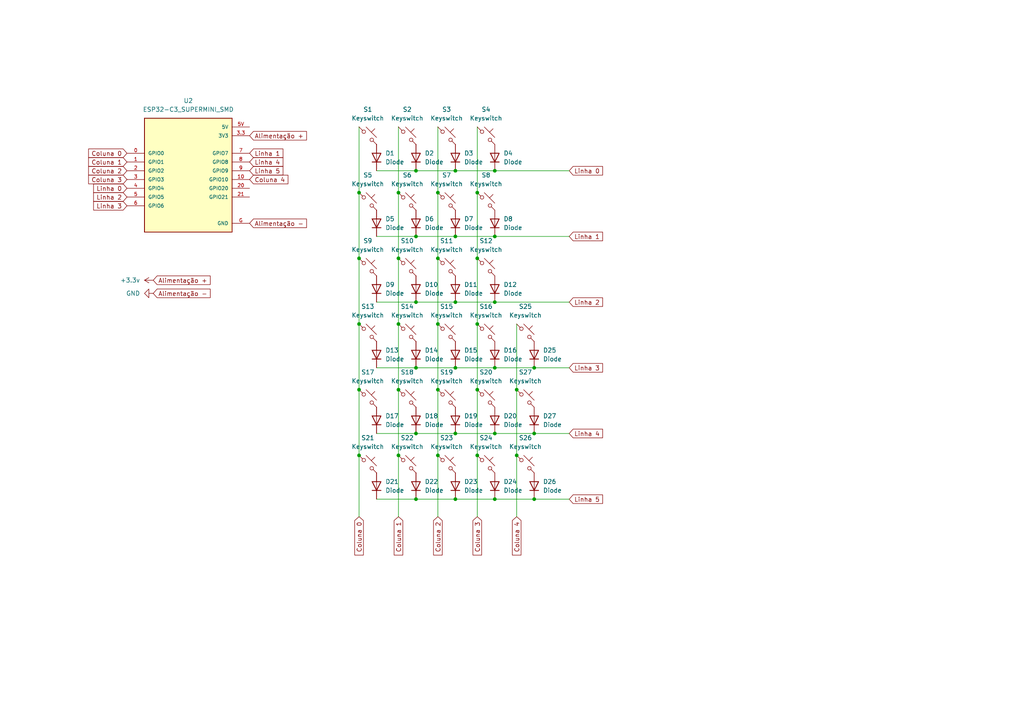
<source format=kicad_sch>
(kicad_sch (version 20231120) (generator "eeschema") (generator_version "8.0")
  (paper "A4")
  (lib_symbols
    (symbol "ESP32-C3_SUPERMINI_SMD:ESP32-C3_SUPERMINI_SMD" (pin_names (offset 1.016))
      (property "Reference" "U" (at -12.7 16.002 0))
      (property "Value" "ESP32-C3_SUPERMINI_SMD" (at -12.7 -20.32 0))
      (symbol "ESP32-C3_SUPERMINI_SMD_0_0"
        (rectangle (start -12.7 -17.78) (end 12.7 15.24) (stroke (width 0.254)) (fill (type background)))
        (pin bidirectional line (at -17.78 5.08 0) (length 5.08) (name "GPIO0") (number "0"))
        (pin bidirectional line (at -17.78 2.54 0) (length 5.08) (name "GPIO1") (number "1"))
        (pin bidirectional line (at 17.78 -2.54 180) (length 5.08) (name "GPIO10") (number "10"))
        (pin bidirectional line (at -17.78 0 0) (length 5.08) (name "GPIO2") (number "2"))
        (pin bidirectional line (at 17.78 -5.08 180) (length 5.08) (name "GPIO20") (number "20"))
        (pin bidirectional line (at 17.78 -7.62 180) (length 5.08) (name "GPIO21") (number "21"))
        (pin bidirectional line (at -17.78 -2.54 0) (length 5.08) (name "GPIO3") (number "3"))
        (pin power_in line (at 17.78 10.16 180) (length 5.08) (name "3V3") (number "3.3"))
        (pin bidirectional line (at -17.78 -5.08 0) (length 5.08) (name "GPIO4") (number "4"))
        (pin bidirectional line (at -17.78 -7.62 0) (length 5.08) (name "GPIO5") (number "5"))
        (pin power_in line (at 17.78 12.7 180) (length 5.08) (name "5V") (number "5V"))
        (pin bidirectional line (at -17.78 -10.16 0) (length 5.08) (name "GPIO6") (number "6"))
        (pin bidirectional line (at 17.78 5.08 180) (length 5.08) (name "GPIO7") (number "7"))
        (pin bidirectional line (at 17.78 2.54 180) (length 5.08) (name "GPIO8") (number "8"))
        (pin bidirectional line (at 17.78 0 180) (length 5.08) (name "GPIO9") (number "9"))
        (pin power_in line (at 17.78 -15.24 180) (length 5.08) (name "GND") (number "G"))
      )
    )
    (symbol "ScottoKeebs:Placeholder_Diode" (pin_numbers hide) (pin_names hide)
      (property "Reference" "D" (at 0 2.54 0))
      (property "Value" "Diode" (at 0 -2.54 0))
      (symbol "Placeholder_Diode_0_1"
        (polyline (pts (xy -1.27 1.27) (xy -1.27 -1.27)) (stroke (width 0.254)))
        (polyline (pts (xy 1.27 0) (xy -1.27 0)))
        (polyline (pts (xy 1.27 1.27) (xy 1.27 -1.27) (xy -1.27 0) (xy 1.27 1.27)) (stroke (width 0.254)))
      )
      (symbol "Placeholder_Diode_1_1"
        (pin passive line (at -3.81 0 0) (length 2.54) (name "K") (number "1"))
        (pin passive line (at 3.81 0 180) (length 2.54) (name "A") (number "2"))
      )
    )
    (symbol "ScottoKeebs:Placeholder_Keyswitch" (pin_numbers hide) (pin_names (offset 1.016) hide)
      (property "Reference" "S" (at 3.048 1.016 0))
      (property "Value" "Keyswitch" (at 0 -3.81 0))
      (symbol "Placeholder_Keyswitch_0_1"
        (circle (center -1.1684 1.1684) (radius 0.508))
        (polyline (pts (xy -0.508 2.54) (xy 2.54 -0.508)))
        (polyline (pts (xy 1.016 1.016) (xy 2.032 2.032)))
        (polyline (pts (xy -2.54 2.54) (xy -1.524 1.524) (xy -1.524 1.524)))
        (polyline (pts (xy 1.524 -1.524) (xy 2.54 -2.54) (xy 2.54 -2.54) (xy 2.54 -2.54)))
        (circle (center 1.143 -1.1938) (radius 0.508))
        (pin passive line (at -2.54 2.54 0) (length 0) (name "1") (number "1"))
        (pin passive line (at 2.54 -2.54 180) (length 0) (name "2") (number "2"))
      )
    )
    (symbol "power:+5V" (power) (pin_numbers hide) (pin_names (offset 0) hide)
      (property "Value" "+5V" (at 0 3.556 0))
      (symbol "+5V_0_1"
        (polyline (pts (xy -0.762 1.27) (xy 0 2.54)))
        (polyline (pts (xy 0 0) (xy 0 2.54)))
        (polyline (pts (xy 0 2.54) (xy 0.762 1.27)))
      )
      (symbol "+5V_1_1"
        (pin power_in line (at 0 0 90) (length 0) (name "~") (number "1"))
      )
    )
    (symbol "power:GND" (power) (pin_numbers hide) (pin_names (offset 0) hide)
      (property "Value" "GND" (at 0 -3.81 0))
      (symbol "GND_0_1"
        (polyline (pts (xy 0 0) (xy 0 -1.27) (xy 1.27 -1.27) (xy 0 -2.54) (xy -1.27 -1.27) (xy 0 -1.27)))
      )
      (symbol "GND_1_1"
        (pin power_in line (at 0 0 270) (length 0) (name "~") (number "1"))
      )
    )
  )
  (junction (at 127 93.98))
  (junction (at 132.08 144.78))
  (junction (at 120.65 125.73))
  (junction (at 127 113.03))
  (junction (at 143.51 68.58))
  (junction (at 104.14 113.03))
  (junction (at 104.14 132.08))
  (junction (at 143.51 87.63))
  (junction (at 115.57 55.88))
  (junction (at 120.65 68.58))
  (junction (at 120.65 87.63))
  (junction (at 115.57 132.08))
  (junction (at 104.14 55.88))
  (junction (at 132.08 49.53))
  (junction (at 115.57 74.93))
  (junction (at 127 132.08))
  (junction (at 120.65 49.53))
  (junction (at 115.57 113.03))
  (junction (at 143.51 106.68))
  (junction (at 127 74.93))
  (junction (at 104.14 93.98))
  (junction (at 104.14 74.93))
  (junction (at 132.08 87.63))
  (junction (at 138.43 113.03))
  (junction (at 120.65 106.68))
  (junction (at 120.65 144.78))
  (junction (at 132.08 125.73))
  (junction (at 149.86 113.03))
  (junction (at 143.51 49.53))
  (junction (at 154.94 106.68))
  (junction (at 138.43 74.93))
  (junction (at 138.43 132.08))
  (junction (at 138.43 93.98))
  (junction (at 127 55.88))
  (junction (at 132.08 106.68))
  (junction (at 143.51 144.78))
  (junction (at 115.57 93.98))
  (junction (at 149.86 132.08))
  (junction (at 138.43 55.88))
  (junction (at 132.08 68.58))
  (junction (at 154.94 125.73))
  (junction (at 143.51 125.73))
  (junction (at 154.94 144.78))
  (wire (pts (xy 115.57 36.83) (xy 115.57 55.88)))
  (wire (pts (xy 127 113.03) (xy 127 132.08)))
  (wire (pts (xy 138.43 113.03) (xy 138.43 132.08)))
  (wire (pts (xy 149.86 93.98) (xy 149.86 113.03)))
  (wire (pts (xy 149.86 113.03) (xy 149.86 132.08)))
  (wire (pts (xy 154.94 125.73) (xy 165.1 125.73)))
  (wire (pts (xy 132.08 106.68) (xy 143.51 106.68)))
  (wire (pts (xy 115.57 93.98) (xy 115.57 113.03)))
  (wire (pts (xy 120.65 125.73) (xy 132.08 125.73)))
  (wire (pts (xy 138.43 132.08) (xy 138.43 149.86)))
  (wire (pts (xy 138.43 93.98) (xy 138.43 113.03)))
  (wire (pts (xy 109.22 87.63) (xy 120.65 87.63)))
  (wire (pts (xy 138.43 36.83) (xy 138.43 55.88)))
  (wire (pts (xy 120.65 68.58) (xy 132.08 68.58)))
  (wire (pts (xy 132.08 68.58) (xy 143.51 68.58)))
  (wire (pts (xy 132.08 144.78) (xy 143.51 144.78)))
  (wire (pts (xy 138.43 74.93) (xy 138.43 93.98)))
  (wire (pts (xy 143.51 125.73) (xy 154.94 125.73)))
  (wire (pts (xy 109.22 125.73) (xy 120.65 125.73)))
  (wire (pts (xy 143.51 106.68) (xy 154.94 106.68)))
  (wire (pts (xy 109.22 106.68) (xy 120.65 106.68)))
  (wire (pts (xy 115.57 113.03) (xy 115.57 132.08)))
  (wire (pts (xy 115.57 55.88) (xy 115.57 74.93)))
  (wire (pts (xy 104.14 74.93) (xy 104.14 93.98)))
  (wire (pts (xy 132.08 125.73) (xy 143.51 125.73)))
  (wire (pts (xy 132.08 87.63) (xy 143.51 87.63)))
  (wire (pts (xy 154.94 106.68) (xy 165.1 106.68)))
  (wire (pts (xy 154.94 144.78) (xy 165.1 144.78)))
  (wire (pts (xy 120.65 49.53) (xy 132.08 49.53)))
  (wire (pts (xy 127 55.88) (xy 127 74.93)))
  (wire (pts (xy 104.14 113.03) (xy 104.14 132.08)))
  (wire (pts (xy 127 74.93) (xy 127 93.98)))
  (wire (pts (xy 109.22 144.78) (xy 120.65 144.78)))
  (wire (pts (xy 143.51 144.78) (xy 154.94 144.78)))
  (wire (pts (xy 138.43 55.88) (xy 138.43 74.93)))
  (wire (pts (xy 104.14 132.08) (xy 104.14 149.86)))
  (wire (pts (xy 115.57 132.08) (xy 115.57 149.86)))
  (wire (pts (xy 109.22 49.53) (xy 120.65 49.53)))
  (wire (pts (xy 127 36.83) (xy 127 55.88)))
  (wire (pts (xy 127 93.98) (xy 127 113.03)))
  (wire (pts (xy 143.51 87.63) (xy 165.1 87.63)))
  (wire (pts (xy 120.65 87.63) (xy 132.08 87.63)))
  (wire (pts (xy 104.14 36.83) (xy 104.14 55.88)))
  (wire (pts (xy 149.86 132.08) (xy 149.86 149.86)))
  (wire (pts (xy 127 132.08) (xy 127 149.86)))
  (wire (pts (xy 132.08 49.53) (xy 143.51 49.53)))
  (wire (pts (xy 109.22 68.58) (xy 120.65 68.58)))
  (wire (pts (xy 143.51 68.58) (xy 165.1 68.58)))
  (wire (pts (xy 120.65 106.68) (xy 132.08 106.68)))
  (wire (pts (xy 143.51 49.53) (xy 165.1 49.53)))
  (wire (pts (xy 104.14 55.88) (xy 104.14 74.93)))
  (wire (pts (xy 115.57 74.93) (xy 115.57 93.98)))
  (wire (pts (xy 104.14 93.98) (xy 104.14 113.03)))
  (wire (pts (xy 120.65 144.78) (xy 132.08 144.78)))
  (global_label "Linha 4" (shape input) (at 165.1 125.73 0) (property "Intersheetrefs" "${INTERSHEET_REFS}" (effects (hide yes))))
  (global_label "Coluna 4" (shape input) (at 149.86 149.86 270) (property "Intersheetrefs" "${INTERSHEET_REFS}" (effects (hide yes))))
  (global_label "Coluna 2" (shape input) (at 36.83 49.53 180) (property "Intersheetrefs" "${INTERSHEET_REFS}" (effects (hide yes))))
  (global_label "Linha 5" (shape input) (at 72.39 49.53 0) (property "Intersheetrefs" "${INTERSHEET_REFS}" (effects (hide yes))))
  (global_label "Alimentação +" (shape input) (at 44.45 81.28 0) (property "Intersheetrefs" "${INTERSHEET_REFS}" (effects (hide yes))))
  (global_label "Linha 2" (shape input) (at 165.1 87.63 0) (property "Intersheetrefs" "${INTERSHEET_REFS}" (effects (hide yes))))
  (global_label "Alimentação -" (shape input) (at 44.45 85.09 0) (property "Intersheetrefs" "${INTERSHEET_REFS}" (effects (hide yes))))
  (global_label "Linha 3" (shape input) (at 165.1 106.68 0) (property "Intersheetrefs" "${INTERSHEET_REFS}" (effects (hide yes))))
  (global_label "Coluna 3" (shape input) (at 36.83 52.07 180) (property "Intersheetrefs" "${INTERSHEET_REFS}" (effects (hide yes))))
  (global_label "Coluna 0" (shape input) (at 36.83 44.45 180) (property "Intersheetrefs" "${INTERSHEET_REFS}" (effects (hide yes))))
  (global_label "Coluna 3" (shape input) (at 138.43 149.86 270) (property "Intersheetrefs" "${INTERSHEET_REFS}" (effects (hide yes))))
  (global_label "Alimentação -" (shape input) (at 72.39 64.77 0) (property "Intersheetrefs" "${INTERSHEET_REFS}" (effects (hide yes))))
  (global_label "Linha 3" (shape input) (at 36.83 59.69 180) (property "Intersheetrefs" "${INTERSHEET_REFS}" (effects (hide yes))))
  (global_label "Coluna 1" (shape input) (at 115.57 149.86 270) (property "Intersheetrefs" "${INTERSHEET_REFS}" (effects (hide yes))))
  (global_label "Linha 1" (shape input) (at 72.39 44.45 0) (property "Intersheetrefs" "${INTERSHEET_REFS}" (effects (hide yes))))
  (global_label "Linha 5" (shape input) (at 165.1 144.78 0) (property "Intersheetrefs" "${INTERSHEET_REFS}" (effects (hide yes))))
  (global_label "Alimentação +" (shape input) (at 72.39 39.37 0) (property "Intersheetrefs" "${INTERSHEET_REFS}" (effects (hide yes))))
  (global_label "Linha 1" (shape input) (at 165.1 68.58 0) (property "Intersheetrefs" "${INTERSHEET_REFS}" (effects (hide yes))))
  (global_label "Linha 4" (shape input) (at 72.39 46.99 0) (property "Intersheetrefs" "${INTERSHEET_REFS}" (effects (hide yes))))
  (global_label "Coluna 4" (shape input) (at 72.39 52.07 0) (property "Intersheetrefs" "${INTERSHEET_REFS}" (effects (hide yes))))
  (global_label "Coluna 0" (shape input) (at 104.14 149.86 270) (property "Intersheetrefs" "${INTERSHEET_REFS}" (effects (hide yes))))
  (global_label "Coluna 2" (shape input) (at 127 149.86 270) (property "Intersheetrefs" "${INTERSHEET_REFS}" (effects (hide yes))))
  (global_label "Linha 0" (shape input) (at 165.1 49.53 0) (property "Intersheetrefs" "${INTERSHEET_REFS}" (effects (hide yes))))
  (global_label "Linha 2" (shape input) (at 36.83 57.15 180) (property "Intersheetrefs" "${INTERSHEET_REFS}" (effects (hide yes))))
  (global_label "Linha 0" (shape input) (at 36.83 54.61 180) (property "Intersheetrefs" "${INTERSHEET_REFS}" (effects (hide yes))))
  (global_label "Coluna 1" (shape input) (at 36.83 46.99 180) (property "Intersheetrefs" "${INTERSHEET_REFS}" (effects (hide yes))))
  (symbol (lib_id "ScottoKeebs:Placeholder_Keyswitch") (at 118.11 39.37 0) (unit 1)
    (property "Reference" "S2" (at 118.11 31.75 0))
    (property "Value" "Keyswitch" (at 118.11 34.29 0))
    (property "Footprint" "ScottoKeebs_Hotswap:Hotswap_MX_Plated_1.00u" (effects (hide yes)))
    (property "Description" "Push button switch, normally open, two pins, 45° tilted" (effects (hide yes)))
  )
  (symbol (lib_id "ScottoKeebs:Placeholder_Diode") (at 132.08 140.97 90) (unit 1)
    (property "Reference" "D23" (at 134.62 139.6999 90) (effects (justify right)))
    (property "Value" "Diode" (at 134.62 142.2399 90) (effects (justify right)))
    (property "Footprint" "Diode_THT:D_DO-35_SOD27_P7.62mm_Horizontal" (effects (hide yes)))
    (property "Description" "1N4148 (DO-35) or 1N4148W (SOD-123)" (effects (hide yes)))
    (property "Sim.Device" "D" (effects (hide yes)))
    (property "Sim.Pins" "1=K 2=A" (effects (hide yes)))
  )
  (symbol (lib_id "ScottoKeebs:Placeholder_Keyswitch") (at 106.68 77.47 0) (unit 1)
    (property "Reference" "S9" (at 106.68 69.85 0))
    (property "Value" "Keyswitch" (at 106.68 72.39 0))
    (property "Footprint" "ScottoKeebs_Hotswap:Hotswap_MX_Plated_1.00u" (effects (hide yes)))
    (property "Description" "Push button switch, normally open, two pins, 45° tilted" (effects (hide yes)))
  )
  (symbol (lib_id "ScottoKeebs:Placeholder_Keyswitch") (at 118.11 77.47 0) (unit 1)
    (property "Reference" "S10" (at 118.11 69.85 0))
    (property "Value" "Keyswitch" (at 118.11 72.39 0))
    (property "Footprint" "ScottoKeebs_Hotswap:Hotswap_MX_Plated_1.00u" (effects (hide yes)))
    (property "Description" "Push button switch, normally open, two pins, 45° tilted" (effects (hide yes)))
  )
  (symbol (lib_id "ScottoKeebs:Placeholder_Keyswitch") (at 118.11 58.42 0) (unit 1)
    (property "Reference" "S6" (at 118.11 50.8 0))
    (property "Value" "Keyswitch" (at 118.11 53.34 0))
    (property "Footprint" "ScottoKeebs_Hotswap:Hotswap_MX_Plated_1.00u" (effects (hide yes)))
    (property "Description" "Push button switch, normally open, two pins, 45° tilted" (effects (hide yes)))
  )
  (symbol (lib_id "ScottoKeebs:Placeholder_Keyswitch") (at 140.97 96.52 0) (unit 1)
    (property "Reference" "S16" (at 140.97 88.9 0))
    (property "Value" "Keyswitch" (at 140.97 91.44 0))
    (property "Footprint" "ScottoKeebs_Hotswap:Hotswap_MX_Plated_1.00u" (effects (hide yes)))
    (property "Description" "Push button switch, normally open, two pins, 45° tilted" (effects (hide yes)))
  )
  (symbol (lib_id "ScottoKeebs:Placeholder_Diode") (at 120.65 121.92 90) (unit 1)
    (property "Reference" "D18" (at 123.19 120.6499 90) (effects (justify right)))
    (property "Value" "Diode" (at 123.19 123.1899 90) (effects (justify right)))
    (property "Footprint" "Diode_THT:D_DO-35_SOD27_P7.62mm_Horizontal" (effects (hide yes)))
    (property "Description" "1N4148 (DO-35) or 1N4148W (SOD-123)" (effects (hide yes)))
    (property "Sim.Device" "D" (effects (hide yes)))
    (property "Sim.Pins" "1=K 2=A" (effects (hide yes)))
  )
  (symbol (lib_id "ScottoKeebs:Placeholder_Keyswitch") (at 140.97 115.57 0) (unit 1)
    (property "Reference" "S20" (at 140.97 107.95 0))
    (property "Value" "Keyswitch" (at 140.97 110.49 0))
    (property "Footprint" "ScottoKeebs_Hotswap:Hotswap_MX_Plated_1.00u" (effects (hide yes)))
    (property "Description" "Push button switch, normally open, two pins, 45° tilted" (effects (hide yes)))
  )
  (symbol (lib_id "ScottoKeebs:Placeholder_Diode") (at 143.51 121.92 90) (unit 1)
    (property "Reference" "D20" (at 146.05 120.6499 90) (effects (justify right)))
    (property "Value" "Diode" (at 146.05 123.1899 90) (effects (justify right)))
    (property "Footprint" "Diode_THT:D_DO-35_SOD27_P7.62mm_Horizontal" (effects (hide yes)))
    (property "Description" "1N4148 (DO-35) or 1N4148W (SOD-123)" (effects (hide yes)))
    (property "Sim.Device" "D" (effects (hide yes)))
    (property "Sim.Pins" "1=K 2=A" (effects (hide yes)))
  )
  (symbol (lib_id "ScottoKeebs:Placeholder_Diode") (at 154.94 121.92 90) (unit 1)
    (property "Reference" "D27" (at 157.48 120.6499 90) (effects (justify right)))
    (property "Value" "Diode" (at 157.48 123.1899 90) (effects (justify right)))
    (property "Footprint" "Diode_THT:D_DO-35_SOD27_P7.62mm_Horizontal" (effects (hide yes)))
    (property "Description" "1N4148 (DO-35) or 1N4148W (SOD-123)" (effects (hide yes)))
    (property "Sim.Device" "D" (effects (hide yes)))
    (property "Sim.Pins" "1=K 2=A" (effects (hide yes)))
  )
  (symbol (lib_id "ScottoKeebs:Placeholder_Keyswitch") (at 129.54 115.57 0) (unit 1)
    (property "Reference" "S19" (at 129.54 107.95 0))
    (property "Value" "Keyswitch" (at 129.54 110.49 0))
    (property "Footprint" "ScottoKeebs_Hotswap:Hotswap_MX_Plated_1.00u" (effects (hide yes)))
    (property "Description" "Push button switch, normally open, two pins, 45° tilted" (effects (hide yes)))
  )
  (symbol (lib_id "ScottoKeebs:Placeholder_Keyswitch") (at 106.68 58.42 0) (unit 1)
    (property "Reference" "S5" (at 106.68 50.8 0))
    (property "Value" "Keyswitch" (at 106.68 53.34 0))
    (property "Footprint" "ScottoKeebs_Hotswap:Hotswap_MX_Plated_1.00u" (effects (hide yes)))
    (property "Description" "Push button switch, normally open, two pins, 45° tilted" (effects (hide yes)))
  )
  (symbol (lib_id "power:+5V") (at 44.45 81.28 90) (unit 1)
    (property "Reference" "#PWR01" (effects (hide yes)))
    (property "Value" "+3.3v" (at 40.64 81.2799 90) (effects (justify left)))
    (property "Description" "Power symbol creates a global label with name \"+5V\"" (effects (hide yes)))
  )
  (symbol (lib_id "ScottoKeebs:Placeholder_Keyswitch") (at 140.97 39.37 0) (unit 1)
    (property "Reference" "S4" (at 140.97 31.75 0))
    (property "Value" "Keyswitch" (at 140.97 34.29 0))
    (property "Footprint" "ScottoKeebs_Hotswap:Hotswap_MX_Plated_1.00u" (effects (hide yes)))
    (property "Description" "Push button switch, normally open, two pins, 45° tilted" (effects (hide yes)))
  )
  (symbol (lib_id "ScottoKeebs:Placeholder_Keyswitch") (at 106.68 134.62 0) (unit 1)
    (property "Reference" "S21" (at 106.68 127 0))
    (property "Value" "Keyswitch" (at 106.68 129.54 0))
    (property "Footprint" "ScottoKeebs_Hotswap:Hotswap_MX_Plated_1.00u" (effects (hide yes)))
    (property "Description" "Push button switch, normally open, two pins, 45° tilted" (effects (hide yes)))
  )
  (symbol (lib_id "ScottoKeebs:Placeholder_Diode") (at 132.08 83.82 90) (unit 1)
    (property "Reference" "D11" (at 134.62 82.5499 90) (effects (justify right)))
    (property "Value" "Diode" (at 134.62 85.0899 90) (effects (justify right)))
    (property "Footprint" "Diode_THT:D_DO-35_SOD27_P7.62mm_Horizontal" (effects (hide yes)))
    (property "Description" "1N4148 (DO-35) or 1N4148W (SOD-123)" (effects (hide yes)))
    (property "Sim.Device" "D" (effects (hide yes)))
    (property "Sim.Pins" "1=K 2=A" (effects (hide yes)))
  )
  (symbol (lib_id "ScottoKeebs:Placeholder_Keyswitch") (at 129.54 58.42 0) (unit 1)
    (property "Reference" "S7" (at 129.54 50.8 0))
    (property "Value" "Keyswitch" (at 129.54 53.34 0))
    (property "Footprint" "ScottoKeebs_Hotswap:Hotswap_MX_Plated_1.00u" (effects (hide yes)))
    (property "Description" "Push button switch, normally open, two pins, 45° tilted" (effects (hide yes)))
  )
  (symbol (lib_id "ScottoKeebs:Placeholder_Keyswitch") (at 140.97 77.47 0) (unit 1)
    (property "Reference" "S12" (at 140.97 69.85 0))
    (property "Value" "Keyswitch" (at 140.97 72.39 0))
    (property "Footprint" "ScottoKeebs_Hotswap:Hotswap_MX_Plated_1.00u" (effects (hide yes)))
    (property "Description" "Push button switch, normally open, two pins, 45° tilted" (effects (hide yes)))
  )
  (symbol (lib_id "ScottoKeebs:Placeholder_Diode") (at 143.51 45.72 90) (unit 1)
    (property "Reference" "D4" (at 146.05 44.4499 90) (effects (justify right)))
    (property "Value" "Diode" (at 146.05 46.9899 90) (effects (justify right)))
    (property "Footprint" "Diode_THT:D_DO-35_SOD27_P7.62mm_Horizontal" (effects (hide yes)))
    (property "Description" "1N4148 (DO-35) or 1N4148W (SOD-123)" (effects (hide yes)))
    (property "Sim.Device" "D" (effects (hide yes)))
    (property "Sim.Pins" "1=K 2=A" (effects (hide yes)))
  )
  (symbol (lib_id "ScottoKeebs:Placeholder_Diode") (at 109.22 102.87 90) (unit 1)
    (property "Reference" "D13" (at 111.76 101.5999 90) (effects (justify right)))
    (property "Value" "Diode" (at 111.76 104.1399 90) (effects (justify right)))
    (property "Footprint" "Diode_THT:D_DO-35_SOD27_P7.62mm_Horizontal" (effects (hide yes)))
    (property "Description" "1N4148 (DO-35) or 1N4148W (SOD-123)" (effects (hide yes)))
    (property "Sim.Device" "D" (effects (hide yes)))
    (property "Sim.Pins" "1=K 2=A" (effects (hide yes)))
  )
  (symbol (lib_id "ScottoKeebs:Placeholder_Keyswitch") (at 140.97 134.62 0) (unit 1)
    (property "Reference" "S24" (at 140.97 127 0))
    (property "Value" "Keyswitch" (at 140.97 129.54 0))
    (property "Footprint" "ScottoKeebs_Hotswap:Hotswap_MX_Plated_1.00u" (effects (hide yes)))
    (property "Description" "Push button switch, normally open, two pins, 45° tilted" (effects (hide yes)))
  )
  (symbol (lib_id "ScottoKeebs:Placeholder_Keyswitch") (at 106.68 115.57 0) (unit 1)
    (property "Reference" "S17" (at 106.68 107.95 0))
    (property "Value" "Keyswitch" (at 106.68 110.49 0))
    (property "Footprint" "ScottoKeebs_Hotswap:Hotswap_MX_Plated_1.00u" (effects (hide yes)))
    (property "Description" "Push button switch, normally open, two pins, 45° tilted" (effects (hide yes)))
  )
  (symbol (lib_id "ScottoKeebs:Placeholder_Diode") (at 132.08 64.77 90) (unit 1)
    (property "Reference" "D7" (at 134.62 63.4999 90) (effects (justify right)))
    (property "Value" "Diode" (at 134.62 66.0399 90) (effects (justify right)))
    (property "Footprint" "Diode_THT:D_DO-35_SOD27_P7.62mm_Horizontal" (effects (hide yes)))
    (property "Description" "1N4148 (DO-35) or 1N4148W (SOD-123)" (effects (hide yes)))
    (property "Sim.Device" "D" (effects (hide yes)))
    (property "Sim.Pins" "1=K 2=A" (effects (hide yes)))
  )
  (symbol (lib_id "ScottoKeebs:Placeholder_Keyswitch") (at 140.97 58.42 0) (unit 1)
    (property "Reference" "S8" (at 140.97 50.8 0))
    (property "Value" "Keyswitch" (at 140.97 53.34 0))
    (property "Footprint" "ScottoKeebs_Hotswap:Hotswap_MX_Plated_1.00u" (effects (hide yes)))
    (property "Description" "Push button switch, normally open, two pins, 45° tilted" (effects (hide yes)))
  )
  (symbol (lib_id "ScottoKeebs:Placeholder_Keyswitch") (at 118.11 96.52 0) (unit 1)
    (property "Reference" "S14" (at 118.11 88.9 0))
    (property "Value" "Keyswitch" (at 118.11 91.44 0))
    (property "Footprint" "ScottoKeebs_Hotswap:Hotswap_MX_Plated_1.00u" (effects (hide yes)))
    (property "Description" "Push button switch, normally open, two pins, 45° tilted" (effects (hide yes)))
  )
  (symbol (lib_id "ScottoKeebs:Placeholder_Diode") (at 120.65 83.82 90) (unit 1)
    (property "Reference" "D10" (at 123.19 82.5499 90) (effects (justify right)))
    (property "Value" "Diode" (at 123.19 85.0899 90) (effects (justify right)))
    (property "Footprint" "Diode_THT:D_DO-35_SOD27_P7.62mm_Horizontal" (effects (hide yes)))
    (property "Description" "1N4148 (DO-35) or 1N4148W (SOD-123)" (effects (hide yes)))
    (property "Sim.Device" "D" (effects (hide yes)))
    (property "Sim.Pins" "1=K 2=A" (effects (hide yes)))
  )
  (symbol (lib_id "ScottoKeebs:Placeholder_Diode") (at 132.08 102.87 90) (unit 1)
    (property "Reference" "D15" (at 134.62 101.5999 90) (effects (justify right)))
    (property "Value" "Diode" (at 134.62 104.1399 90) (effects (justify right)))
    (property "Footprint" "Diode_THT:D_DO-35_SOD27_P7.62mm_Horizontal" (effects (hide yes)))
    (property "Description" "1N4148 (DO-35) or 1N4148W (SOD-123)" (effects (hide yes)))
    (property "Sim.Device" "D" (effects (hide yes)))
    (property "Sim.Pins" "1=K 2=A" (effects (hide yes)))
  )
  (symbol (lib_id "ScottoKeebs:Placeholder_Diode") (at 143.51 102.87 90) (unit 1)
    (property "Reference" "D16" (at 146.05 101.5999 90) (effects (justify right)))
    (property "Value" "Diode" (at 146.05 104.1399 90) (effects (justify right)))
    (property "Footprint" "Diode_THT:D_DO-35_SOD27_P7.62mm_Horizontal" (effects (hide yes)))
    (property "Description" "1N4148 (DO-35) or 1N4148W (SOD-123)" (effects (hide yes)))
    (property "Sim.Device" "D" (effects (hide yes)))
    (property "Sim.Pins" "1=K 2=A" (effects (hide yes)))
  )
  (symbol (lib_id "ScottoKeebs:Placeholder_Keyswitch") (at 129.54 77.47 0) (unit 1)
    (property "Reference" "S11" (at 129.54 69.85 0))
    (property "Value" "Keyswitch" (at 129.54 72.39 0))
    (property "Footprint" "ScottoKeebs_Hotswap:Hotswap_MX_Plated_1.00u" (effects (hide yes)))
    (property "Description" "Push button switch, normally open, two pins, 45° tilted" (effects (hide yes)))
  )
  (symbol (lib_id "ScottoKeebs:Placeholder_Diode") (at 154.94 102.87 90) (unit 1)
    (property "Reference" "D25" (at 157.48 101.5999 90) (effects (justify right)))
    (property "Value" "Diode" (at 157.48 104.1399 90) (effects (justify right)))
    (property "Footprint" "Diode_THT:D_DO-35_SOD27_P7.62mm_Horizontal" (effects (hide yes)))
    (property "Description" "1N4148 (DO-35) or 1N4148W (SOD-123)" (effects (hide yes)))
    (property "Sim.Device" "D" (effects (hide yes)))
    (property "Sim.Pins" "1=K 2=A" (effects (hide yes)))
  )
  (symbol (lib_id "ScottoKeebs:Placeholder_Keyswitch") (at 118.11 134.62 0) (unit 1)
    (property "Reference" "S22" (at 118.11 127 0))
    (property "Value" "Keyswitch" (at 118.11 129.54 0))
    (property "Footprint" "ScottoKeebs_Hotswap:Hotswap_MX_Plated_1.00u" (effects (hide yes)))
    (property "Description" "Push button switch, normally open, two pins, 45° tilted" (effects (hide yes)))
  )
  (symbol (lib_id "ScottoKeebs:Placeholder_Keyswitch") (at 106.68 39.37 0) (unit 1)
    (property "Reference" "S1" (at 106.68 31.75 0))
    (property "Value" "Keyswitch" (at 106.68 34.29 0))
    (property "Footprint" "ScottoKeebs_Hotswap:Hotswap_MX_Plated_1.00u" (effects (hide yes)))
    (property "Description" "Push button switch, normally open, two pins, 45° tilted" (effects (hide yes)))
  )
  (symbol (lib_id "ScottoKeebs:Placeholder_Keyswitch") (at 152.4 115.57 0) (unit 1)
    (property "Reference" "S27" (at 152.4 107.95 0))
    (property "Value" "Keyswitch" (at 152.4 110.49 0))
    (property "Footprint" "ScottoKeebs_Hotswap:Hotswap_MX_Plated_1.00u" (effects (hide yes)))
    (property "Description" "Push button switch, normally open, two pins, 45° tilted" (effects (hide yes)))
  )
  (symbol (lib_id "ScottoKeebs:Placeholder_Keyswitch") (at 152.4 96.52 0) (unit 1)
    (property "Reference" "S25" (at 152.4 88.9 0))
    (property "Value" "Keyswitch" (at 152.4 91.44 0))
    (property "Footprint" "ScottoKeebs_Hotswap:Hotswap_MX_Plated_1.00u" (effects (hide yes)))
    (property "Description" "Push button switch, normally open, two pins, 45° tilted" (effects (hide yes)))
  )
  (symbol (lib_id "ScottoKeebs:Placeholder_Diode") (at 109.22 121.92 90) (unit 1)
    (property "Reference" "D17" (at 111.76 120.6499 90) (effects (justify right)))
    (property "Value" "Diode" (at 111.76 123.1899 90) (effects (justify right)))
    (property "Footprint" "Diode_THT:D_DO-35_SOD27_P7.62mm_Horizontal" (effects (hide yes)))
    (property "Description" "1N4148 (DO-35) or 1N4148W (SOD-123)" (effects (hide yes)))
    (property "Sim.Device" "D" (effects (hide yes)))
    (property "Sim.Pins" "1=K 2=A" (effects (hide yes)))
  )
  (symbol (lib_id "ScottoKeebs:Placeholder_Diode") (at 120.65 45.72 90) (unit 1)
    (property "Reference" "D2" (at 123.19 44.4499 90) (effects (justify right)))
    (property "Value" "Diode" (at 123.19 46.9899 90) (effects (justify right)))
    (property "Footprint" "Diode_THT:D_DO-35_SOD27_P7.62mm_Horizontal" (effects (hide yes)))
    (property "Description" "1N4148 (DO-35) or 1N4148W (SOD-123)" (effects (hide yes)))
    (property "Sim.Device" "D" (effects (hide yes)))
    (property "Sim.Pins" "1=K 2=A" (effects (hide yes)))
  )
  (symbol (lib_id "ScottoKeebs:Placeholder_Keyswitch") (at 129.54 96.52 0) (unit 1)
    (property "Reference" "S15" (at 129.54 88.9 0))
    (property "Value" "Keyswitch" (at 129.54 91.44 0))
    (property "Footprint" "ScottoKeebs_Hotswap:Hotswap_MX_Plated_1.00u" (effects (hide yes)))
    (property "Description" "Push button switch, normally open, two pins, 45° tilted" (effects (hide yes)))
  )
  (symbol (lib_id "ScottoKeebs:Placeholder_Diode") (at 120.65 102.87 90) (unit 1)
    (property "Reference" "D14" (at 123.19 101.5999 90) (effects (justify right)))
    (property "Value" "Diode" (at 123.19 104.1399 90) (effects (justify right)))
    (property "Footprint" "Diode_THT:D_DO-35_SOD27_P7.62mm_Horizontal" (effects (hide yes)))
    (property "Description" "1N4148 (DO-35) or 1N4148W (SOD-123)" (effects (hide yes)))
    (property "Sim.Device" "D" (effects (hide yes)))
    (property "Sim.Pins" "1=K 2=A" (effects (hide yes)))
  )
  (symbol (lib_id "ScottoKeebs:Placeholder_Keyswitch") (at 129.54 39.37 0) (unit 1)
    (property "Reference" "S3" (at 129.54 31.75 0))
    (property "Value" "Keyswitch" (at 129.54 34.29 0))
    (property "Footprint" "ScottoKeebs_Hotswap:Hotswap_MX_Plated_1.00u" (effects (hide yes)))
    (property "Description" "Push button switch, normally open, two pins, 45° tilted" (effects (hide yes)))
  )
  (symbol (lib_id "ScottoKeebs:Placeholder_Keyswitch") (at 129.54 134.62 0) (unit 1)
    (property "Reference" "S23" (at 129.54 127 0))
    (property "Value" "Keyswitch" (at 129.54 129.54 0))
    (property "Footprint" "ScottoKeebs_Hotswap:Hotswap_MX_Plated_1.00u" (effects (hide yes)))
    (property "Description" "Push button switch, normally open, two pins, 45° tilted" (effects (hide yes)))
  )
  (symbol (lib_id "ScottoKeebs:Placeholder_Diode") (at 143.51 64.77 90) (unit 1)
    (property "Reference" "D8" (at 146.05 63.4999 90) (effects (justify right)))
    (property "Value" "Diode" (at 146.05 66.0399 90) (effects (justify right)))
    (property "Footprint" "Diode_THT:D_DO-35_SOD27_P7.62mm_Horizontal" (effects (hide yes)))
    (property "Description" "1N4148 (DO-35) or 1N4148W (SOD-123)" (effects (hide yes)))
    (property "Sim.Device" "D" (effects (hide yes)))
    (property "Sim.Pins" "1=K 2=A" (effects (hide yes)))
  )
  (symbol (lib_id "ScottoKeebs:Placeholder_Diode") (at 109.22 83.82 90) (unit 1)
    (property "Reference" "D9" (at 111.76 82.5499 90) (effects (justify right)))
    (property "Value" "Diode" (at 111.76 85.0899 90) (effects (justify right)))
    (property "Footprint" "Diode_THT:D_DO-35_SOD27_P7.62mm_Horizontal" (effects (hide yes)))
    (property "Description" "1N4148 (DO-35) or 1N4148W (SOD-123)" (effects (hide yes)))
    (property "Sim.Device" "D" (effects (hide yes)))
    (property "Sim.Pins" "1=K 2=A" (effects (hide yes)))
  )
  (symbol (lib_id "ScottoKeebs:Placeholder_Diode") (at 132.08 45.72 90) (unit 1)
    (property "Reference" "D3" (at 134.62 44.4499 90) (effects (justify right)))
    (property "Value" "Diode" (at 134.62 46.9899 90) (effects (justify right)))
    (property "Footprint" "Diode_THT:D_DO-35_SOD27_P7.62mm_Horizontal" (effects (hide yes)))
    (property "Description" "1N4148 (DO-35) or 1N4148W (SOD-123)" (effects (hide yes)))
    (property "Sim.Device" "D" (effects (hide yes)))
    (property "Sim.Pins" "1=K 2=A" (effects (hide yes)))
  )
  (symbol (lib_id "ScottoKeebs:Placeholder_Keyswitch") (at 106.68 96.52 0) (unit 1)
    (property "Reference" "S13" (at 106.68 88.9 0))
    (property "Value" "Keyswitch" (at 106.68 91.44 0))
    (property "Footprint" "ScottoKeebs_Hotswap:Hotswap_MX_Plated_1.00u" (effects (hide yes)))
    (property "Description" "Push button switch, normally open, two pins, 45° tilted" (effects (hide yes)))
  )
  (symbol (lib_id "ScottoKeebs:Placeholder_Diode") (at 120.65 64.77 90) (unit 1)
    (property "Reference" "D6" (at 123.19 63.4999 90) (effects (justify right)))
    (property "Value" "Diode" (at 123.19 66.0399 90) (effects (justify right)))
    (property "Footprint" "Diode_THT:D_DO-35_SOD27_P7.62mm_Horizontal" (effects (hide yes)))
    (property "Description" "1N4148 (DO-35) or 1N4148W (SOD-123)" (effects (hide yes)))
    (property "Sim.Device" "D" (effects (hide yes)))
    (property "Sim.Pins" "1=K 2=A" (effects (hide yes)))
  )
  (symbol (lib_id "ScottoKeebs:Placeholder_Diode") (at 109.22 140.97 90) (unit 1)
    (property "Reference" "D21" (at 111.76 139.6999 90) (effects (justify right)))
    (property "Value" "Diode" (at 111.76 142.2399 90) (effects (justify right)))
    (property "Footprint" "Diode_THT:D_DO-35_SOD27_P7.62mm_Horizontal" (effects (hide yes)))
    (property "Description" "1N4148 (DO-35) or 1N4148W (SOD-123)" (effects (hide yes)))
    (property "Sim.Device" "D" (effects (hide yes)))
    (property "Sim.Pins" "1=K 2=A" (effects (hide yes)))
  )
  (symbol (lib_id "ScottoKeebs:Placeholder_Diode") (at 109.22 45.72 90) (unit 1)
    (property "Reference" "D1" (at 111.76 44.4499 90) (effects (justify right)))
    (property "Value" "Diode" (at 111.76 46.9899 90) (effects (justify right)))
    (property "Footprint" "Diode_THT:D_DO-35_SOD27_P7.62mm_Horizontal" (effects (hide yes)))
    (property "Description" "1N4148 (DO-35) or 1N4148W (SOD-123)" (effects (hide yes)))
    (property "Sim.Device" "D" (effects (hide yes)))
    (property "Sim.Pins" "1=K 2=A" (effects (hide yes)))
  )
  (symbol (lib_id "ScottoKeebs:Placeholder_Diode") (at 120.65 140.97 90) (unit 1)
    (property "Reference" "D22" (at 123.19 139.6999 90) (effects (justify right)))
    (property "Value" "Diode" (at 123.19 142.2399 90) (effects (justify right)))
    (property "Footprint" "Diode_THT:D_DO-35_SOD27_P7.62mm_Horizontal" (effects (hide yes)))
    (property "Description" "1N4148 (DO-35) or 1N4148W (SOD-123)" (effects (hide yes)))
    (property "Sim.Device" "D" (effects (hide yes)))
    (property "Sim.Pins" "1=K 2=A" (effects (hide yes)))
  )
  (symbol (lib_id "ScottoKeebs:Placeholder_Diode") (at 143.51 83.82 90) (unit 1)
    (property "Reference" "D12" (at 146.05 82.5499 90) (effects (justify right)))
    (property "Value" "Diode" (at 146.05 85.0899 90) (effects (justify right)))
    (property "Footprint" "Diode_THT:D_DO-35_SOD27_P7.62mm_Horizontal" (effects (hide yes)))
    (property "Description" "1N4148 (DO-35) or 1N4148W (SOD-123)" (effects (hide yes)))
    (property "Sim.Device" "D" (effects (hide yes)))
    (property "Sim.Pins" "1=K 2=A" (effects (hide yes)))
  )
  (symbol (lib_id "ScottoKeebs:Placeholder_Keyswitch") (at 118.11 115.57 0) (unit 1)
    (property "Reference" "S18" (at 118.11 107.95 0))
    (property "Value" "Keyswitch" (at 118.11 110.49 0))
    (property "Footprint" "ScottoKeebs_Hotswap:Hotswap_MX_Plated_1.00u" (effects (hide yes)))
    (property "Description" "Push button switch, normally open, two pins, 45° tilted" (effects (hide yes)))
  )
  (symbol (lib_id "ScottoKeebs:Placeholder_Diode") (at 154.94 140.97 90) (unit 1)
    (property "Reference" "D26" (at 157.48 139.6999 90) (effects (justify right)))
    (property "Value" "Diode" (at 157.48 142.2399 90) (effects (justify right)))
    (property "Footprint" "Diode_THT:D_DO-35_SOD27_P7.62mm_Horizontal" (effects (hide yes)))
    (property "Description" "1N4148 (DO-35) or 1N4148W (SOD-123)" (effects (hide yes)))
    (property "Sim.Device" "D" (effects (hide yes)))
    (property "Sim.Pins" "1=K 2=A" (effects (hide yes)))
  )
  (symbol (lib_id "ScottoKeebs:Placeholder_Diode") (at 143.51 140.97 90) (unit 1)
    (property "Reference" "D24" (at 146.05 139.6999 90) (effects (justify right)))
    (property "Value" "Diode" (at 146.05 142.2399 90) (effects (justify right)))
    (property "Footprint" "Diode_THT:D_DO-35_SOD27_P7.62mm_Horizontal" (effects (hide yes)))
    (property "Description" "1N4148 (DO-35) or 1N4148W (SOD-123)" (effects (hide yes)))
    (property "Sim.Device" "D" (effects (hide yes)))
    (property "Sim.Pins" "1=K 2=A" (effects (hide yes)))
  )
  (symbol (lib_id "ESP32-C3_SUPERMINI_SMD:ESP32-C3_SUPERMINI_SMD") (at 54.61 49.53 0) (unit 1)
    (property "Reference" "U2" (at 54.61 29.21 0))
    (property "Value" "ESP32-C3_SUPERMINI_SMD" (at 54.61 31.75 0))
    (property "Footprint" "ESP32-C3-SuperMini:ESP32-C3_SUPERMINI" (effects (hide yes)))
    (property "MF" "Espressif Systems" (effects (hide yes)))
    (property "MAXIMUM_PACKAGE_HEIGHT" "4.2mm" (effects (hide yes)))
    (property "Package" "None" (effects (hide yes)))
    (property "Price" "None" (effects (hide yes)))
    (property "Check_prices" "https://www.snapeda.com/parts/ESP32-C3%20SuperMini_SMD/Espressif+Systems/view-part/?ref=eda" (effects (hide yes)))
    (property "STANDARD" "Manufacturer Recommendations" (effects (hide yes)))
    (property "SnapEDA_Link" "https://www.snapeda.com/parts/ESP32-C3%20SuperMini_SMD/Espressif+Systems/view-part/?ref=snap" (effects (hide yes)))
    (property "MP" "ESP32-C3 SuperMini_SMD" (effects (hide yes)))
    (property "Description_1" "\nSuper tiny ESP32-C3 board\n" (effects (hide yes)))
    (property "Availability" "Not in stock" (effects (hide yes)))
    (property "MANUFACTURER" "Espressif" (effects (hide yes)))
  )
  (symbol (lib_id "ScottoKeebs:Placeholder_Diode") (at 109.22 64.77 90) (unit 1)
    (property "Reference" "D5" (at 111.76 63.4999 90) (effects (justify right)))
    (property "Value" "Diode" (at 111.76 66.0399 90) (effects (justify right)))
    (property "Footprint" "Diode_THT:D_DO-35_SOD27_P7.62mm_Horizontal" (effects (hide yes)))
    (property "Description" "1N4148 (DO-35) or 1N4148W (SOD-123)" (effects (hide yes)))
    (property "Sim.Device" "D" (effects (hide yes)))
    (property "Sim.Pins" "1=K 2=A" (effects (hide yes)))
  )
  (symbol (lib_id "ScottoKeebs:Placeholder_Keyswitch") (at 152.4 134.62 0) (unit 1)
    (property "Reference" "S26" (at 152.4 127 0))
    (property "Value" "Keyswitch" (at 152.4 129.54 0))
    (property "Footprint" "ScottoKeebs_Hotswap:Hotswap_MX_Plated_1.00u" (effects (hide yes)))
    (property "Description" "Push button switch, normally open, two pins, 45° tilted" (effects (hide yes)))
  )
  (symbol (lib_id "power:GND") (at 44.45 85.09 270) (unit 1)
    (property "Reference" "#PWR02" (effects (hide yes)))
    (property "Value" "GND" (at 40.64 85.0899 90) (effects (justify right)))
    (property "Description" "Power symbol creates a global label with name \"GND\" , ground" (effects (hide yes)))
  )
  (symbol (lib_id "ScottoKeebs:Placeholder_Diode") (at 132.08 121.92 90) (unit 1)
    (property "Reference" "D19" (at 134.62 120.6499 90) (effects (justify right)))
    (property "Value" "Diode" (at 134.62 123.1899 90) (effects (justify right)))
    (property "Footprint" "Diode_THT:D_DO-35_SOD27_P7.62mm_Horizontal" (effects (hide yes)))
    (property "Description" "1N4148 (DO-35) or 1N4148W (SOD-123)" (effects (hide yes)))
    (property "Sim.Device" "D" (effects (hide yes)))
    (property "Sim.Pins" "1=K 2=A" (effects (hide yes)))
  )
)
</source>
